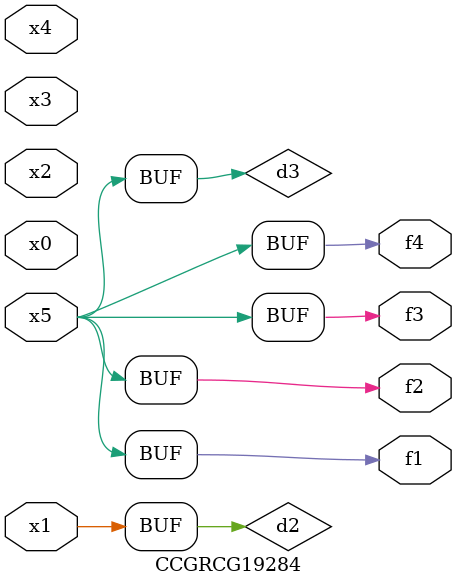
<source format=v>
module CCGRCG19284(
	input x0, x1, x2, x3, x4, x5,
	output f1, f2, f3, f4
);

	wire d1, d2, d3;

	not (d1, x5);
	or (d2, x1);
	xnor (d3, d1);
	assign f1 = d3;
	assign f2 = d3;
	assign f3 = d3;
	assign f4 = d3;
endmodule

</source>
